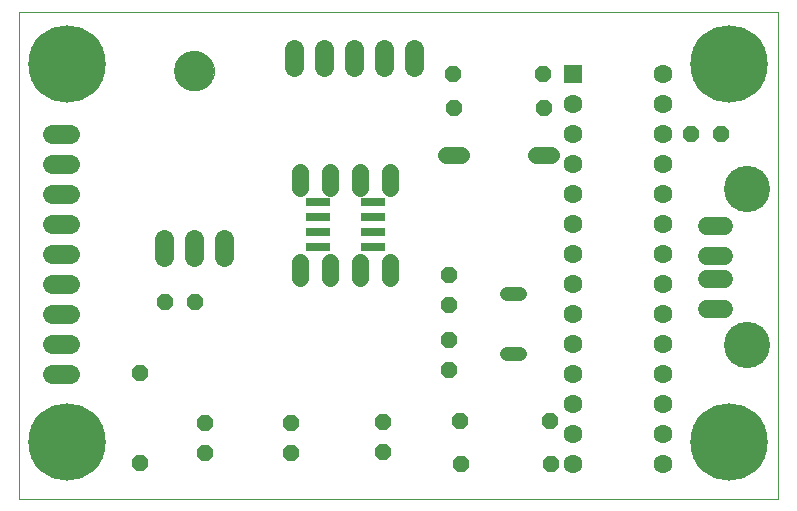
<source format=gts>
G75*
%MOIN*%
%OFA0B0*%
%FSLAX24Y24*%
%IPPOS*%
%LPD*%
%AMOC8*
5,1,8,0,0,1.08239X$1,22.5*
%
%ADD10C,0.0000*%
%ADD11R,0.0630X0.0630*%
%ADD12C,0.0630*%
%ADD13R,0.0820X0.0260*%
%ADD14C,0.0640*%
%ADD15C,0.1340*%
%ADD16C,0.0614*%
%ADD17C,0.1540*%
%ADD18OC8,0.0560*%
%ADD19C,0.0560*%
%ADD20C,0.0480*%
%ADD21C,0.2580*%
D10*
X000101Y000101D02*
X000101Y016322D01*
X025416Y016322D01*
X025416Y000101D01*
X000101Y000101D01*
X005298Y014371D02*
X005300Y014421D01*
X005306Y014471D01*
X005316Y014521D01*
X005329Y014569D01*
X005346Y014617D01*
X005367Y014663D01*
X005391Y014707D01*
X005419Y014749D01*
X005450Y014789D01*
X005484Y014826D01*
X005521Y014861D01*
X005560Y014892D01*
X005601Y014921D01*
X005645Y014946D01*
X005691Y014968D01*
X005738Y014986D01*
X005786Y015000D01*
X005835Y015011D01*
X005885Y015018D01*
X005935Y015021D01*
X005986Y015020D01*
X006036Y015015D01*
X006086Y015006D01*
X006134Y014994D01*
X006182Y014977D01*
X006228Y014957D01*
X006273Y014934D01*
X006316Y014907D01*
X006356Y014877D01*
X006394Y014844D01*
X006429Y014808D01*
X006462Y014769D01*
X006491Y014728D01*
X006517Y014685D01*
X006540Y014640D01*
X006559Y014593D01*
X006574Y014545D01*
X006586Y014496D01*
X006594Y014446D01*
X006598Y014396D01*
X006598Y014346D01*
X006594Y014296D01*
X006586Y014246D01*
X006574Y014197D01*
X006559Y014149D01*
X006540Y014102D01*
X006517Y014057D01*
X006491Y014014D01*
X006462Y013973D01*
X006429Y013934D01*
X006394Y013898D01*
X006356Y013865D01*
X006316Y013835D01*
X006273Y013808D01*
X006228Y013785D01*
X006182Y013765D01*
X006134Y013748D01*
X006086Y013736D01*
X006036Y013727D01*
X005986Y013722D01*
X005935Y013721D01*
X005885Y013724D01*
X005835Y013731D01*
X005786Y013742D01*
X005738Y013756D01*
X005691Y013774D01*
X005645Y013796D01*
X005601Y013821D01*
X005560Y013850D01*
X005521Y013881D01*
X005484Y013916D01*
X005450Y013953D01*
X005419Y013993D01*
X005391Y014035D01*
X005367Y014079D01*
X005346Y014125D01*
X005329Y014173D01*
X005316Y014221D01*
X005306Y014271D01*
X005300Y014321D01*
X005298Y014371D01*
D11*
X018562Y014271D03*
D12*
X018562Y013271D03*
X018562Y012271D03*
X018562Y011271D03*
X018562Y010271D03*
X018562Y009271D03*
X018562Y008271D03*
X018562Y007271D03*
X018562Y006271D03*
X018562Y005271D03*
X018562Y004271D03*
X018562Y003271D03*
X018562Y002271D03*
X018562Y001271D03*
X021562Y001271D03*
X021562Y002271D03*
X021562Y003271D03*
X021562Y004271D03*
X021562Y005271D03*
X021562Y006271D03*
X021562Y007271D03*
X021562Y008271D03*
X021562Y009271D03*
X021562Y010271D03*
X021562Y011271D03*
X021562Y012271D03*
X021562Y013271D03*
X021562Y014271D03*
D13*
X011913Y009985D03*
X011913Y009485D03*
X011913Y008985D03*
X011913Y008485D03*
X010053Y008485D03*
X010053Y008985D03*
X010053Y009485D03*
X010053Y009985D03*
D14*
X006948Y008771D02*
X006948Y008171D01*
X005948Y008171D02*
X005948Y008771D01*
X004948Y008771D02*
X004948Y008171D01*
X001791Y008278D02*
X001191Y008278D01*
X001191Y007278D02*
X001791Y007278D01*
X001791Y006278D02*
X001191Y006278D01*
X001191Y005278D02*
X001791Y005278D01*
X001791Y004278D02*
X001191Y004278D01*
X001191Y009278D02*
X001791Y009278D01*
X001791Y010278D02*
X001191Y010278D01*
X001191Y011278D02*
X001791Y011278D01*
X001791Y012278D02*
X001191Y012278D01*
X009278Y014494D02*
X009278Y015094D01*
X010278Y015094D02*
X010278Y014494D01*
X011278Y014494D02*
X011278Y015094D01*
X012278Y015094D02*
X012278Y014494D01*
X013278Y014494D02*
X013278Y015094D01*
D15*
X005948Y014371D03*
D16*
X023019Y009196D02*
X023593Y009196D01*
X023593Y008211D02*
X023019Y008211D01*
X023019Y007424D02*
X023593Y007424D01*
X023593Y006440D02*
X023019Y006440D01*
D17*
X024373Y005219D03*
X024373Y010416D03*
D18*
X023507Y012278D03*
X022507Y012278D03*
X017589Y013117D03*
X017570Y014274D03*
X014570Y014274D03*
X014589Y013117D03*
X014428Y007546D03*
X014428Y006546D03*
X014448Y005385D03*
X014448Y004385D03*
X014810Y002704D03*
X014837Y001271D03*
X012247Y001649D03*
X012247Y002649D03*
X009176Y002633D03*
X009176Y001633D03*
X006302Y001625D03*
X006302Y002625D03*
X004145Y001294D03*
X004145Y004294D03*
X004960Y006664D03*
X005960Y006664D03*
X017810Y002704D03*
X017837Y001271D03*
D19*
X012483Y007475D02*
X012483Y007995D01*
X011483Y007995D02*
X011483Y007475D01*
X010483Y007475D02*
X010483Y007995D01*
X009483Y007995D02*
X009483Y007475D01*
X009483Y010475D02*
X009483Y010995D01*
X010483Y010995D02*
X010483Y010475D01*
X011483Y010475D02*
X011483Y010995D01*
X012483Y010995D02*
X012483Y010475D01*
X014322Y011554D02*
X014842Y011554D01*
X017322Y011554D02*
X017842Y011554D01*
D20*
X016817Y006928D02*
X016377Y006928D01*
X016377Y004928D02*
X016817Y004928D01*
D21*
X023763Y001991D03*
X023763Y014589D03*
X001715Y014589D03*
X001715Y001991D03*
M02*

</source>
